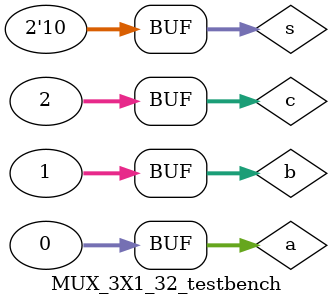
<source format=v>
`define DELAY 20
module MUX_3X1_32_testbench(); 

	wire [31:0] out;
	reg [31:0] a;
	reg [31:0] b;
	reg [31:0] c;
	reg [1:0] s;
	
	
MUX_3X1_32 mux3x132tb(out, a, b, c, s);

initial begin
a = 32'h00000000;
b = 32'h00000001;
c = 32'h00000002;
s = 2'b00;
#`DELAY;
a = 32'h00000000;
b = 32'h00000001;
c = 32'h00000002;
s = 2'b01;
#`DELAY;
a = 32'h00000000;
b = 32'h00000001;
c = 32'h00000002;
s = 2'b10;
#`DELAY;

end
 
 
initial
begin
$monitor("a =%32b, b=%32b, c=%32b s=%2b out=%32b ", a, b, c, s, out);
end
 
endmodule
</source>
